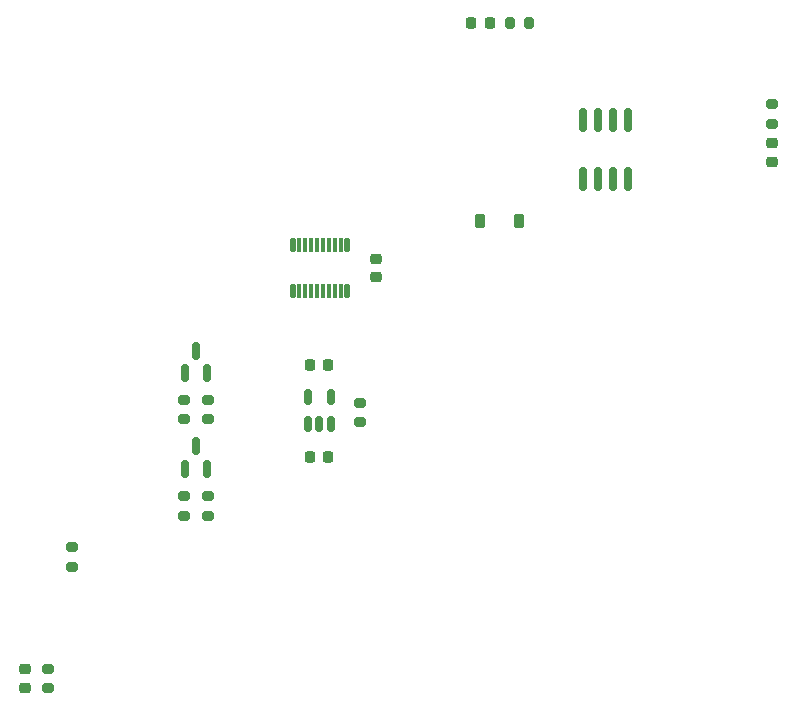
<source format=gbr>
%TF.GenerationSoftware,KiCad,Pcbnew,8.0.1*%
%TF.CreationDate,2024-08-29T16:15:39+09:00*%
%TF.ProjectId,PW-3-mini2-v1,50572d33-2d6d-4696-9e69-322d76312e6b,rev?*%
%TF.SameCoordinates,Original*%
%TF.FileFunction,Paste,Top*%
%TF.FilePolarity,Positive*%
%FSLAX46Y46*%
G04 Gerber Fmt 4.6, Leading zero omitted, Abs format (unit mm)*
G04 Created by KiCad (PCBNEW 8.0.1) date 2024-08-29 16:15:39*
%MOMM*%
%LPD*%
G01*
G04 APERTURE LIST*
G04 Aperture macros list*
%AMRoundRect*
0 Rectangle with rounded corners*
0 $1 Rounding radius*
0 $2 $3 $4 $5 $6 $7 $8 $9 X,Y pos of 4 corners*
0 Add a 4 corners polygon primitive as box body*
4,1,4,$2,$3,$4,$5,$6,$7,$8,$9,$2,$3,0*
0 Add four circle primitives for the rounded corners*
1,1,$1+$1,$2,$3*
1,1,$1+$1,$4,$5*
1,1,$1+$1,$6,$7*
1,1,$1+$1,$8,$9*
0 Add four rect primitives between the rounded corners*
20,1,$1+$1,$2,$3,$4,$5,0*
20,1,$1+$1,$4,$5,$6,$7,0*
20,1,$1+$1,$6,$7,$8,$9,0*
20,1,$1+$1,$8,$9,$2,$3,0*%
G04 Aperture macros list end*
%ADD10RoundRect,0.150000X0.150000X-0.587500X0.150000X0.587500X-0.150000X0.587500X-0.150000X-0.587500X0*%
%ADD11RoundRect,0.200000X0.275000X-0.200000X0.275000X0.200000X-0.275000X0.200000X-0.275000X-0.200000X0*%
%ADD12RoundRect,0.150000X0.150000X-0.512500X0.150000X0.512500X-0.150000X0.512500X-0.150000X-0.512500X0*%
%ADD13RoundRect,0.225000X0.225000X0.250000X-0.225000X0.250000X-0.225000X-0.250000X0.225000X-0.250000X0*%
%ADD14RoundRect,0.225000X-0.250000X0.225000X-0.250000X-0.225000X0.250000X-0.225000X0.250000X0.225000X0*%
%ADD15RoundRect,0.200000X-0.275000X0.200000X-0.275000X-0.200000X0.275000X-0.200000X0.275000X0.200000X0*%
%ADD16RoundRect,0.010000X-0.190000X-0.540000X0.190000X-0.540000X0.190000X0.540000X-0.190000X0.540000X0*%
%ADD17RoundRect,0.010000X0.190000X0.540000X-0.190000X0.540000X-0.190000X-0.540000X0.190000X-0.540000X0*%
%ADD18RoundRect,0.007500X-0.142500X-0.542500X0.142500X-0.542500X0.142500X0.542500X-0.142500X0.542500X0*%
%ADD19RoundRect,0.007500X0.142500X0.542500X-0.142500X0.542500X-0.142500X-0.542500X0.142500X-0.542500X0*%
%ADD20RoundRect,0.200000X0.200000X0.275000X-0.200000X0.275000X-0.200000X-0.275000X0.200000X-0.275000X0*%
%ADD21RoundRect,0.225000X-0.225000X-0.250000X0.225000X-0.250000X0.225000X0.250000X-0.225000X0.250000X0*%
%ADD22RoundRect,0.150000X0.150000X-0.825000X0.150000X0.825000X-0.150000X0.825000X-0.150000X-0.825000X0*%
%ADD23RoundRect,0.218750X-0.218750X-0.256250X0.218750X-0.256250X0.218750X0.256250X-0.218750X0.256250X0*%
%ADD24RoundRect,0.218750X0.256250X-0.218750X0.256250X0.218750X-0.256250X0.218750X-0.256250X-0.218750X0*%
%ADD25RoundRect,0.225000X0.225000X0.375000X-0.225000X0.375000X-0.225000X-0.375000X0.225000X-0.375000X0*%
G04 APERTURE END LIST*
D10*
%TO.C,Q1*%
X128550000Y-89500000D03*
X130450000Y-89500000D03*
X129500000Y-87625000D03*
%TD*%
D11*
%TO.C,R6*%
X119000000Y-97825000D03*
X119000000Y-96175000D03*
%TD*%
D12*
%TO.C,U1*%
X139006249Y-85750000D03*
X139956249Y-85750000D03*
X140906249Y-85750000D03*
X140906249Y-83475000D03*
X139006249Y-83475000D03*
%TD*%
D13*
%TO.C,C1*%
X140676249Y-88505000D03*
X139126249Y-88505000D03*
%TD*%
D11*
%TO.C,R1*%
X130500000Y-93500000D03*
X130500000Y-91850000D03*
%TD*%
D14*
%TO.C,C3*%
X144750000Y-71725000D03*
X144750000Y-73275000D03*
%TD*%
D11*
%TO.C,R3*%
X130500000Y-85325000D03*
X130500000Y-83675000D03*
%TD*%
D15*
%TO.C,R8*%
X117000000Y-106462500D03*
X117000000Y-108112500D03*
%TD*%
D16*
%TO.C,U2*%
X137700000Y-70550000D03*
D17*
X137700000Y-74450000D03*
D18*
X138250000Y-70550000D03*
D19*
X138250000Y-74450000D03*
D18*
X138750000Y-70550000D03*
D19*
X138750000Y-74450000D03*
D18*
X139250000Y-70550000D03*
D19*
X139250000Y-74450000D03*
D18*
X139750000Y-70550000D03*
D19*
X139750000Y-74450000D03*
D18*
X140250000Y-70550000D03*
D19*
X140250000Y-74450000D03*
D18*
X140750000Y-70550000D03*
D19*
X140750000Y-74450000D03*
D18*
X141250000Y-70550000D03*
D19*
X141250000Y-74450000D03*
D18*
X141750000Y-70550000D03*
D19*
X141750000Y-74450000D03*
D16*
X142300000Y-70550000D03*
D17*
X142300000Y-74450000D03*
%TD*%
D20*
%TO.C,R5*%
X157737500Y-51750000D03*
X156087500Y-51750000D03*
%TD*%
D21*
%TO.C,C2*%
X139131249Y-80750000D03*
X140681249Y-80750000D03*
%TD*%
D22*
%TO.C,U3*%
X162250000Y-64950000D03*
X163520000Y-64950000D03*
X164790000Y-64950000D03*
X166060000Y-64950000D03*
X166060000Y-60000000D03*
X164790000Y-60000000D03*
X163520000Y-60000000D03*
X162250000Y-60000000D03*
%TD*%
D23*
%TO.C,D2*%
X152837500Y-51750000D03*
X154412500Y-51750000D03*
%TD*%
D15*
%TO.C,R9*%
X178250000Y-58675000D03*
X178250000Y-60325000D03*
%TD*%
D24*
%TO.C,D4*%
X178250000Y-63537500D03*
X178250000Y-61962500D03*
%TD*%
D10*
%TO.C,Q2*%
X128550000Y-81437500D03*
X130450000Y-81437500D03*
X129500000Y-79562500D03*
%TD*%
D15*
%TO.C,R4*%
X128500000Y-83675000D03*
X128500000Y-85325000D03*
%TD*%
D24*
%TO.C,D3*%
X115000000Y-108075000D03*
X115000000Y-106500000D03*
%TD*%
D15*
%TO.C,R7*%
X143406249Y-83925000D03*
X143406249Y-85575000D03*
%TD*%
%TO.C,R2*%
X128500000Y-91850000D03*
X128500000Y-93500000D03*
%TD*%
D25*
%TO.C,D1*%
X156900000Y-68500000D03*
X153600000Y-68500000D03*
%TD*%
M02*

</source>
